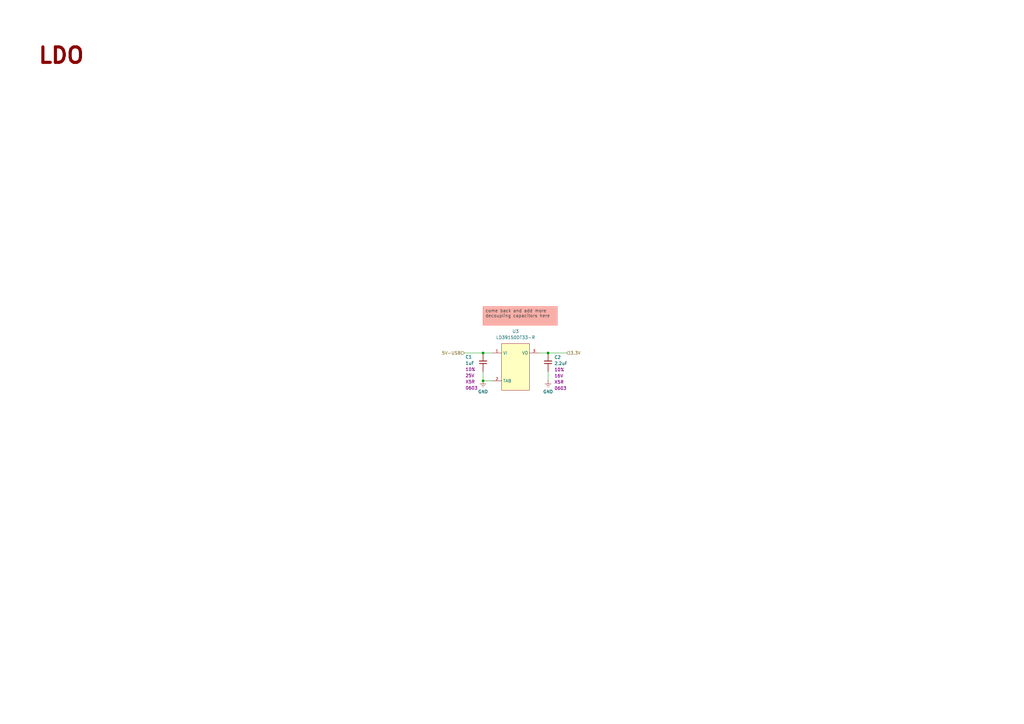
<source format=kicad_sch>
(kicad_sch (version 20250114) (generator "eeschema") (generator_version "9.0")
  (paper "A3")
  (lib_symbols
    (symbol "-C-Ceramic-0603:C-0603-1uF-10%-25V-X5R" (pin_numbers (hide yes)) (pin_names (hide yes))
      (property "Reference" "C" (at 0 -7.62 0))
      (property "Value" "1uF" (at 0 -11.43 0))
      (property "Tolerance" "10%" (at 0 -26.67 0))
      (property "Voltage" "25V" (at 0 -30.48 0))
      (property "Dielectric" "X5R" (at 0 -34.29 0))
      (property "Case/Package" "0603" (at 0 -38.1 0))
      (symbol "C-0603-1uF-10%-25V-X5R_0_1"
        (polyline (pts (xy 3.302 -1.524) (xy 3.302 1.524)) (stroke (width 0.3048)))
        (polyline (pts (xy 4.318 -1.524) (xy 4.318 1.524)) (stroke (width 0.3302)))
      )
      (symbol "C-0603-1uF-10%-25V-X5R_1_1"
        (pin passive line (at 0 0 0) (length 3.175) (name "1") (number "1"))
        (pin passive line (at 7.62 0 180) (length 3.175) (name "2") (number "2"))
      )
    )
    (symbol "-C-Ceramic-0603:C-0603-2.2uF-10%-16V-X5R" (pin_numbers (hide yes)) (pin_names (hide yes))
      (property "Reference" "C" (at 0 -7.62 0))
      (property "Value" "2.2uF" (at 0 -11.43 0))
      (property "Tolerance" "10%" (at 0 -26.67 0))
      (property "Voltage" "16V" (at 0 -30.48 0))
      (property "Dielectric" "X5R" (at 0 -34.29 0))
      (property "Case/Package" "0603" (at 0 -38.1 0))
      (symbol "C-0603-2.2uF-10%-16V-X5R_0_1"
        (polyline (pts (xy 3.302 -1.524) (xy 3.302 1.524)) (stroke (width 0.3048)))
        (polyline (pts (xy 4.318 -1.524) (xy 4.318 1.524)) (stroke (width 0.3302)))
      )
      (symbol "C-0603-2.2uF-10%-16V-X5R_1_1"
        (pin passive line (at 0 0 0) (length 3.175) (name "1") (number "1"))
        (pin passive line (at 7.62 0 180) (length 3.175) (name "2") (number "2"))
      )
    )
    (symbol "-LDO:LD39150DT33-R"
      (property "Reference" "U" (at 0 -7.62 0))
      (property "Value" "LD39150DT33-R" (at 0 -3.81 0))
      (symbol "LD39150DT33-R_1_1"
        (rectangle (start 0 19.05) (end 11.43 0) (fill (type background)))
        (pin passive line (at -3.81 15.24 0) (length 3.81) (name "VI") (number "1"))
        (pin passive line (at -3.81 3.81 0) (length 3.81) (name "TAB") (number "2"))
        (pin passive line (at 15.24 15.24 180) (length 3.81) (name "VO") (number "3"))
      )
    )
    (symbol "power:Earth" (power) (pin_numbers (hide yes)) (pin_names (offset 0) (hide yes))
      (property "Value" "Earth" (at 0 -3.81 0))
      (symbol "Earth_0_1"
        (polyline (pts (xy -0.635 -1.905) (xy 0.635 -1.905)))
        (polyline (pts (xy -0.127 -2.54) (xy 0.127 -2.54)))
        (polyline (pts (xy 0 -1.27) (xy 0 0)))
        (polyline (pts (xy 1.27 -1.27) (xy -1.27 -1.27)))
      )
      (symbol "Earth_1_1"
        (pin power_in line (at 0 0 270) (length 0) (name "~") (number "1"))
      )
    )
  )
  (text "LDO" (at 15.24 26.67 0) (effects (font (size 6.35 6.35) (thickness 1.27) (bold yes)) (justify left bottom)))
  (text_box "come back and add more decoupling capacitors here" (at 198.12 125.73 0) (size 30.48 7.62) (margins 0.9525 0.9525 0.9525 0.9525) (stroke (width 0) (color 251 93 84 1)) (fill (type color) (color 248 175 168 1)) (effects (font (size 1.27 1.27)) (justify left top)))
  (junction (at 198.12 156.21))
  (junction (at 224.79 144.78))
  (junction (at 198.12 144.78))
  (wire (pts (xy 220.98 144.78) (xy 224.79 144.78)))
  (wire (pts (xy 224.79 144.78) (xy 232.41 144.78)))
  (wire (pts (xy 198.12 152.4) (xy 198.12 156.21)))
  (wire (pts (xy 190.5 144.78) (xy 198.12 144.78)))
  (wire (pts (xy 198.12 156.21) (xy 201.93 156.21)))
  (wire (pts (xy 224.79 152.4) (xy 224.79 156.21)))
  (wire (pts (xy 198.12 144.78) (xy 201.93 144.78)))
  (hierarchical_label "5V-USB" (shape input) (at 190.5 144.78 180))
  (hierarchical_label "3.3V" (shape input) (at 232.41 144.78 0))
  (symbol (lib_id "power:Earth") (at 224.79 156.21 0) (unit 1)
    (property "Reference" "#PWR01" (effects (hide yes)))
    (property "Value" "GND" (at 224.79 160.655 0))
    (property "Description" "Power symbol creates a global label with name \"Earth\"" (effects (hide yes)))
  )
  (symbol (lib_id "-LDO:LD39150DT33-R") (at 205.74 160.02 0) (unit 1)
    (property "Reference" "U3" (at 211.455 135.89 0))
    (property "Value" "LD39150DT33-R" (at 211.455 138.43 0))
    (property "Footprint" "Package_TO_SOT_SMD:TO-252-2" (effects (hide yes)))
    (property "Datasheet" "https://www.st.com/content/ccc/resource/technical/document/datasheet/4d/39/ee/07/53/02/48/d0/CD00150601.pdf/files/CD00150601.pdf/jcr:content/translations/en.CD00150601.pdf" (effects (hide yes)))
    (property "Description" "Linear Voltage Regulator IC Positive Fixed 1 Output 1.5A DPAK" (effects (hide yes)))
    (property "Link" "https://www.digikey.com/en/products/detail/stmicroelectronics/LD39150DT33-R/1657323" (effects (hide yes)))
    (property "Manufacturer" "STMicroelectronics" (effects (hide yes)))
    (property "Manufacturer P/N" "LD39150DT33-R" (effects (hide yes)))
    (property "Digikey P/N" "497-6448-1-ND" (effects (hide yes)))
    (property "Mouser P/N" "511-LD39150DT33-R" (effects (hide yes)))
    (property "LCSC P/N" "C155559" (effects (hide yes)))
  )
  (symbol (lib_id "power:Earth") (at 198.12 156.21 0) (unit 1)
    (property "Reference" "#PWR07" (effects (hide yes)))
    (property "Value" "GND" (at 198.12 160.655 0))
    (property "Description" "Power symbol creates a global label with name \"Earth\"" (effects (hide yes)))
  )
  (symbol (lib_id "-C-Ceramic-0603:C-0603-1uF-10%-25V-X5R") (at 198.12 152.4 90) (unit 1)
    (property "Reference" "C1" (at 190.8679 146.4176 90) (effects (justify right)))
    (property "Value" "1uF" (at 190.8679 148.9576 90) (effects (justify right)))
    (property "Footprint" "Capacitor_SMD:C_0603_1608Metric_Pad1.08x0.95mm_HandSolder" (effects (hide yes)))
    (property "Datasheet" "https://jlcpcb.com/api/file/downloadByFileSystemAccessId/8556213788459761664" (effects (hide yes)))
    (property "Description" "C 0603 1uF 10% 25V X5R" (effects (hide yes)))
    (property "Tolerance" "10%" (at 190.8679 151.4976 90) (effects (justify right)))
    (property "Voltage" "25V" (at 190.8679 154.0376 90) (effects (justify right)))
    (property "Dielectric" "X5R" (at 190.8679 156.5776 90) (effects (justify right)))
    (property "Case/Package" "0603" (at 190.8679 159.1176 90) (effects (justify right)))
    (property "Link" "https://jlcpcb.com/partdetail/16531-CL10A105KB8NNNC/C15849" (effects (hide yes)))
    (property "Manufacturer" "Samsung Electro-Mechanics" (effects (hide yes)))
    (property "Manufacturer P/N" "CL10A105KB8NNNC" (effects (hide yes)))
    (property "Digikey P/N" "1276-1860-1-ND" (effects (hide yes)))
    (property "Mouser P/N" "187-CL10A105KB8NNNC" (effects (hide yes)))
    (property "LCSC P/N" "C15849" (effects (hide yes)))
  )
  (symbol (lib_id "-C-Ceramic-0603:C-0603-2.2uF-10%-16V-X5R") (at 224.79 152.4 90) (unit 1)
    (property "Reference" "C2" (at 227.3397 146.5386 90) (effects (justify right)))
    (property "Value" "2.2uF" (at 227.3397 149.0786 90) (effects (justify right)))
    (property "Footprint" "Capacitor_SMD:C_0603_1608Metric_Pad1.08x0.95mm_HandSolder" (effects (hide yes)))
    (property "Datasheet" "https://jlcpcb.com/api/file/downloadByFileSystemAccessId/8579707132658442240" (effects (hide yes)))
    (property "Description" "C 0603 2.2uF 10% 16V X5R" (effects (hide yes)))
    (property "Tolerance" "10%" (at 227.3397 151.6186 90) (effects (justify right)))
    (property "Voltage" "16V" (at 227.3397 154.1586 90) (effects (justify right)))
    (property "Dielectric" "X5R" (at 227.3397 156.6986 90) (effects (justify right)))
    (property "Case/Package" "0603" (at 227.3397 159.2386 90) (effects (justify right)))
    (property "Link" "https://jlcpcb.com/partdetail/24366-CL10A225KO8NNNC/C23630" (effects (hide yes)))
    (property "Manufacturer" "Samsung Electro-Mechanics" (effects (hide yes)))
    (property "Manufacturer P/N" "CL10A225KO8NNNC" (effects (hide yes)))
    (property "Digikey P/N" "1276-1040-1-ND" (effects (hide yes)))
    (property "Mouser P/N" "187-CL10A225KO8NNNC" (effects (hide yes)))
    (property "LCSC P/N" "C23630" (effects (hide yes)))
  )
)
</source>
